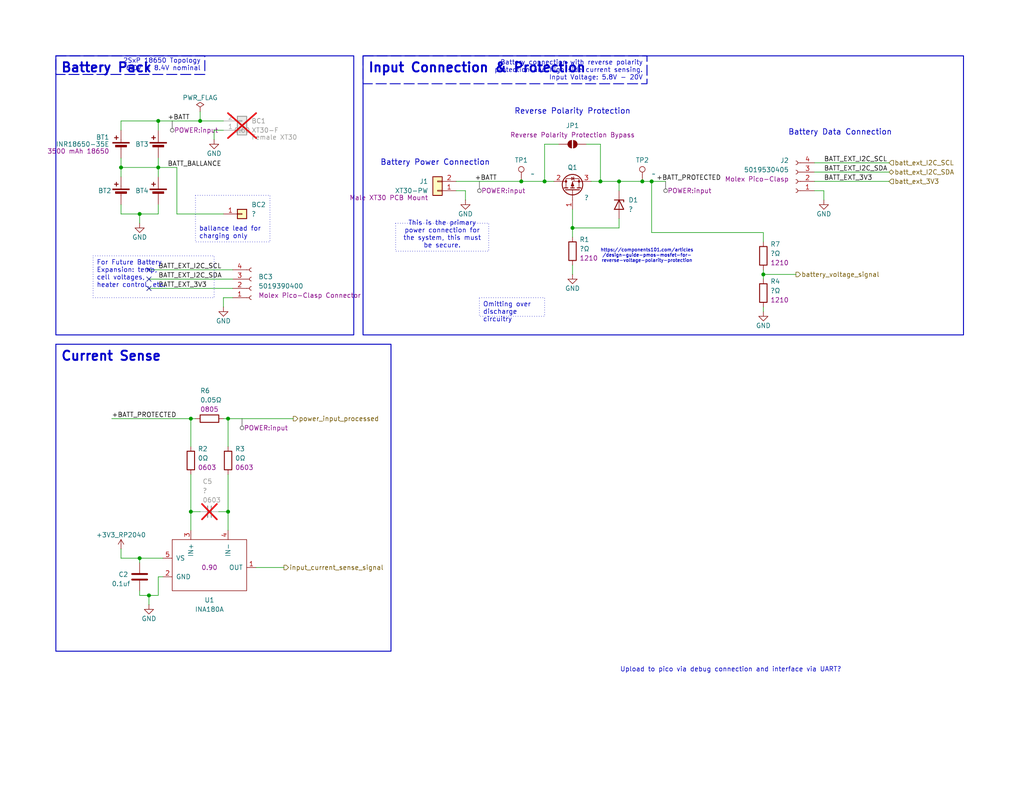
<source format=kicad_sch>
(kicad_sch (version 20250114) (generator "eeschema") (generator_version "9.0")
  (paper "A")
  (lib_symbols
    (symbol "Connector:Conn_01x04_Socket" (pin_names (offset 1.016) (hide yes))
      (property "Reference" "J" (at 0 5.08 0))
      (property "Value" "Conn_01x04_Socket" (at 0 -7.62 0))
      (symbol "Conn_01x04_Socket_1_1"
        (polyline (pts (xy -1.27 2.54) (xy -0.508 2.54)) (stroke (width 0.1524)))
        (polyline (pts (xy -1.27 0) (xy -0.508 0)) (stroke (width 0.1524)))
        (polyline (pts (xy -1.27 -2.54) (xy -0.508 -2.54)) (stroke (width 0.1524)))
        (polyline (pts (xy -1.27 -5.08) (xy -0.508 -5.08)) (stroke (width 0.1524)))
        (arc (start 0 2.032) (mid -0.5058 2.54) (end 0 3.048) (stroke (width 0.1524)))
        (arc (start 0 -0.508) (mid -0.5058 0) (end 0 0.508) (stroke (width 0.1524)))
        (arc (start 0 -3.048) (mid -0.5058 -2.54) (end 0 -2.032) (stroke (width 0.1524)))
        (arc (start 0 -5.588) (mid -0.5058 -5.08) (end 0 -4.572) (stroke (width 0.1524)))
        (pin passive line (at -5.08 2.54 0) (length 3.81) (name "Pin_1") (number "1"))
        (pin passive line (at -5.08 0 0) (length 3.81) (name "Pin_2") (number "2"))
        (pin passive line (at -5.08 -2.54 0) (length 3.81) (name "Pin_3") (number "3"))
        (pin passive line (at -5.08 -5.08 0) (length 3.81) (name "Pin_4") (number "4"))
      )
    )
    (symbol "Connector:TestPoint" (pin_numbers (hide yes)) (pin_names (offset 0.762) (hide yes))
      (property "Reference" "TP" (at 0 6.858 0))
      (property "Value" "TestPoint" (at 0 5.08 0))
      (symbol "TestPoint_0_1"
        (circle (center 0 3.302) (radius 0.762))
      )
      (symbol "TestPoint_1_1"
        (pin passive line (at 0 0 90) (length 2.54) (name "1") (number "1"))
      )
    )
    (symbol "Connector_Generic:Conn_01x01" (pin_names (offset 1.016) (hide yes))
      (property "Reference" "J" (at 0 2.54 0))
      (property "Value" "Conn_01x01" (at 0 -2.54 0))
      (symbol "Conn_01x01_1_1"
        (rectangle (start -1.27 1.27) (end 1.27 -1.27) (stroke (width 0.254)) (fill (type background)))
        (rectangle (start -1.27 0.127) (end 0 -0.127) (stroke (width 0.1524)))
        (pin passive line (at -5.08 0 0) (length 3.81) (name "Pin_1") (number "1"))
      )
    )
    (symbol "Connector_Generic:Conn_01x02" (pin_names (offset 1.016) (hide yes))
      (property "Reference" "J" (at 0 2.54 0))
      (property "Value" "Conn_01x02" (at 0 -5.08 0))
      (symbol "Conn_01x02_1_1"
        (rectangle (start -1.27 1.27) (end 1.27 -3.81) (stroke (width 0.254)) (fill (type background)))
        (rectangle (start -1.27 0.127) (end 0 -0.127) (stroke (width 0.1524)))
        (rectangle (start -1.27 -2.413) (end 0 -2.667) (stroke (width 0.1524)))
        (pin passive line (at -5.08 0 0) (length 3.81) (name "Pin_1") (number "1"))
        (pin passive line (at -5.08 -2.54 0) (length 3.81) (name "Pin_2") (number "2"))
      )
    )
    (symbol "Device:Battery_Cell" (pin_numbers (hide yes)) (pin_names (offset 0) (hide yes))
      (property "Reference" "BT" (at 2.54 2.54 0))
      (property "Value" "Battery_Cell" (at 2.54 0 0))
      (symbol "Battery_Cell_0_1"
        (rectangle (start -2.286 1.778) (end 2.286 1.524) (fill (type outline)))
        (rectangle (start -1.524 1.016) (end 1.524 0.508) (fill (type outline)))
        (polyline (pts (xy 0 1.778) (xy 0 2.54)))
        (polyline (pts (xy 0 0.762) (xy 0 0)))
        (polyline (pts (xy 0.762 3.048) (xy 1.778 3.048)) (stroke (width 0.254)))
        (polyline (pts (xy 1.27 3.556) (xy 1.27 2.54)) (stroke (width 0.254)))
      )
      (symbol "Battery_Cell_1_1"
        (pin passive line (at 0 5.08 270) (length 2.54) (name "+") (number "1"))
        (pin passive line (at 0 -2.54 90) (length 2.54) (name "-") (number "2"))
      )
    )
    (symbol "Device:C" (pin_numbers (hide yes)) (pin_names (offset 0.254))
      (property "Reference" "C" (at 0.635 2.54 0))
      (property "Value" "C" (at 0.635 -2.54 0))
      (symbol "C_0_1"
        (polyline (pts (xy -2.032 0.762) (xy 2.032 0.762)) (stroke (width 0.508)))
        (polyline (pts (xy -2.032 -0.762) (xy 2.032 -0.762)) (stroke (width 0.508)))
      )
      (symbol "C_1_1"
        (pin passive line (at 0 3.81 270) (length 2.794) (name "~") (number "1"))
        (pin passive line (at 0 -3.81 90) (length 2.794) (name "~") (number "2"))
      )
    )
    (symbol "Device:C_Small" (pin_numbers (hide yes)) (pin_names (offset 0.254) (hide yes))
      (property "Reference" "C" (at 0.254 1.778 0))
      (property "Value" "C_Small" (at 0.254 -2.032 0))
      (symbol "C_Small_0_1"
        (polyline (pts (xy -1.524 0.508) (xy 1.524 0.508)) (stroke (width 0.3048)))
        (polyline (pts (xy -1.524 -0.508) (xy 1.524 -0.508)) (stroke (width 0.3302)))
      )
      (symbol "C_Small_1_1"
        (pin passive line (at 0 2.54 270) (length 2.032) (name "~") (number "1"))
        (pin passive line (at 0 -2.54 90) (length 2.032) (name "~") (number "2"))
      )
    )
    (symbol "Device:D_Zener" (pin_numbers (hide yes)) (pin_names (offset 1.016) (hide yes))
      (property "Reference" "D" (at 0 2.54 0))
      (property "Value" "D_Zener" (at 0 -2.54 0))
      (symbol "D_Zener_0_1"
        (polyline (pts (xy -1.27 -1.27) (xy -1.27 1.27) (xy -0.762 1.27)) (stroke (width 0.254)))
        (polyline (pts (xy 1.27 0) (xy -1.27 0)))
        (polyline (pts (xy 1.27 -1.27) (xy 1.27 1.27) (xy -1.27 0) (xy 1.27 -1.27)) (stroke (width 0.254)))
      )
      (symbol "D_Zener_1_1"
        (pin passive line (at -3.81 0 0) (length 2.54) (name "K") (number "1"))
        (pin passive line (at 3.81 0 180) (length 2.54) (name "A") (number "2"))
      )
    )
    (symbol "Device:Q_PMOS_GDS" (pin_names (offset 0) (hide yes))
      (property "Reference" "Q" (at 5.08 1.27 0))
      (property "Value" "Q_PMOS_GDS" (at 5.08 -1.27 0))
      (symbol "Q_PMOS_GDS_0_1"
        (polyline (pts (xy 0.254 1.905) (xy 0.254 -1.905)) (stroke (width 0.254)))
        (polyline (pts (xy 0.254 0) (xy -2.54 0)))
        (polyline (pts (xy 0.762 2.286) (xy 0.762 1.27)) (stroke (width 0.254)))
        (polyline (pts (xy 0.762 1.778) (xy 3.302 1.778) (xy 3.302 -1.778) (xy 0.762 -1.778)))
        (polyline (pts (xy 0.762 0.508) (xy 0.762 -0.508)) (stroke (width 0.254)))
        (polyline (pts (xy 0.762 -1.27) (xy 0.762 -2.286)) (stroke (width 0.254)))
        (circle (center 1.651 0) (radius 2.794) (stroke (width 0.254)))
        (polyline (pts (xy 2.286 0) (xy 1.27 0.381) (xy 1.27 -0.381) (xy 2.286 0)) (fill (type outline)))
        (polyline (pts (xy 2.54 2.54) (xy 2.54 1.778)))
        (circle (center 2.54 1.778) (radius 0.254) (fill (type outline)))
        (circle (center 2.54 -1.778) (radius 0.254) (fill (type outline)))
        (polyline (pts (xy 2.54 -2.54) (xy 2.54 0) (xy 0.762 0)))
        (polyline (pts (xy 2.794 -0.508) (xy 2.921 -0.381) (xy 3.683 -0.381) (xy 3.81 -0.254)))
        (polyline (pts (xy 3.302 -0.381) (xy 2.921 0.254) (xy 3.683 0.254) (xy 3.302 -0.381)))
      )
      (symbol "Q_PMOS_GDS_1_1"
        (pin input line (at -5.08 0 0) (length 2.54) (name "G") (number "1"))
        (pin passive line (at 2.54 5.08 270) (length 2.54) (name "D") (number "2"))
        (pin passive line (at 2.54 -5.08 90) (length 2.54) (name "S") (number "3"))
      )
    )
    (symbol "Device:R" (pin_numbers (hide yes)) (pin_names (offset 0))
      (property "Reference" "R" (at 2.032 0 90))
      (property "Value" "R" (at 0 0 90))
      (symbol "R_0_1"
        (rectangle (start -1.016 -2.54) (end 1.016 2.54) (stroke (width 0.254)))
      )
      (symbol "R_1_1"
        (pin passive line (at 0 3.81 270) (length 1.27) (name "~") (number "1"))
        (pin passive line (at 0 -3.81 90) (length 1.27) (name "~") (number "2"))
      )
    )
    (symbol "Jumper:SolderJumper_2_Open" (pin_numbers (hide yes)) (pin_names (offset 0) (hide yes)) (exclude_from_sim yes) (in_bom no)
      (property "Reference" "JP" (at 0 2.032 0))
      (property "Value" "SolderJumper_2_Open" (at 0 -2.54 0))
      (symbol "SolderJumper_2_Open_0_1"
        (polyline (pts (xy -0.254 1.016) (xy -0.254 -1.016)))
        (arc (start -0.254 -1.016) (mid -1.2656 0) (end -0.254 1.016))
        (arc (start -0.254 -1.016) (mid -1.2656 0) (end -0.254 1.016) (fill (type outline)))
        (arc (start 0.254 1.016) (mid 1.2656 0) (end 0.254 -1.016))
        (arc (start 0.254 1.016) (mid 1.2656 0) (end 0.254 -1.016) (fill (type outline)))
        (polyline (pts (xy 0.254 1.016) (xy 0.254 -1.016)))
      )
      (symbol "SolderJumper_2_Open_1_1"
        (pin passive line (at -3.81 0 0) (length 2.54) (name "A") (number "1"))
        (pin passive line (at 3.81 0 180) (length 2.54) (name "B") (number "2"))
      )
    )
    (symbol "a_giraffe_symbols:INA180A" (pin_names (offset 1.016))
      (property "Reference" "U1" (at 7.0359 35.56 0))
      (property "Value" "INA180A" (at 7.0359 33.02 0))
      (symbol "INA180A_0_1"
        (rectangle (start -10.16 7.62) (end 10.16 -6.35))
      )
      (symbol "INA180A_1_1"
        (pin power_in line (at -12.7 2.54 0) (length 2.54) (name "VS") (number "5"))
        (pin power_in line (at -12.7 -2.54 0) (length 2.54) (name "GND") (number "2"))
        (pin input line (at -5.08 10.16 270) (length 2.54) (name "IN+") (number "3"))
        (pin input line (at 5.08 10.16 270) (length 2.54) (name "IN-") (number "4"))
        (pin output line (at 12.7 0 180) (length 2.54) (name "OUT") (number "1"))
      )
    )
    (symbol "power:+3V3" (power) (pin_numbers (hide yes)) (pin_names (offset 0) (hide yes))
      (property "Value" "+3V3" (at 0 3.556 0))
      (symbol "+3V3_0_1"
        (polyline (pts (xy -0.762 1.27) (xy 0 2.54)))
        (polyline (pts (xy 0 2.54) (xy 0.762 1.27)))
        (polyline (pts (xy 0 0) (xy 0 2.54)))
      )
      (symbol "+3V3_1_1"
        (pin power_in line (at 0 0 90) (length 0) (name "~") (number "1"))
      )
    )
    (symbol "power:GND" (power) (pin_numbers (hide yes)) (pin_names (offset 0) (hide yes))
      (property "Value" "GND" (at 0 -3.81 0))
      (symbol "GND_0_1"
        (polyline (pts (xy 0 0) (xy 0 -1.27) (xy 1.27 -1.27) (xy 0 -2.54) (xy -1.27 -1.27) (xy 0 -1.27)))
      )
      (symbol "GND_1_1"
        (pin power_in line (at 0 0 270) (length 0) (name "~") (number "1"))
      )
    )
    (symbol "power:PWR_FLAG" (power) (pin_numbers (hide yes)) (pin_names (offset 0) (hide yes))
      (property "Value" "PWR_FLAG" (at 0 3.81 0))
      (symbol "PWR_FLAG_0_0"
        (pin power_out line (at 0 0 90) (length 0) (name "~") (number "1"))
      )
      (symbol "PWR_FLAG_0_1"
        (polyline (pts (xy 0 0) (xy 0 1.27) (xy -1.016 1.905) (xy 0 2.54) (xy 1.016 1.905) (xy 0 1.27)))
      )
    )
  )
  (rectangle (start 99.06 15.24) (end 262.89 91.44) (stroke (width 0.254)))
  (rectangle (start 15.24 93.98) (end 106.68 177.8) (stroke (width 0.254)))
  (rectangle (start 15.24 15.24) (end 96.52 91.44) (stroke (width 0.254)))
  (text "Input Connection & Protection" (at 100.33 17.145 0) (effects (font (size 2.54 2.54) (thickness 0.508) (bold yes)) (justify left top)))
  (text "Battery Data Connection" (at 229.235 36.195 0) (effects (font (size 1.524 1.524) (thickness 0.1905))))
  (text "Battery Pack" (at 16.51 17.145 0) (effects (font (size 2.54 2.54) (thickness 0.508) (bold yes)) (justify left top)))
  (text "Upload to pico via debug connection and interface via UART?" (at 199.39 182.88 0) (effects (font (size 1.27 1.27))))
  (text "Reverse Polarity Protection" (at 156.21 30.48 0) (effects (font (size 1.524 1.524) (thickness 0.1905))))
  (text "Battery Power Connection" (at 118.745 44.45 0) (effects (font (size 1.524 1.524) (thickness 0.1905))))
  (text "Current Sense" (at 16.51 95.885 0) (effects (font (size 2.54 2.54) (thickness 0.508) (bold yes)) (justify left top)))
  (text "https://components101.com/articles\n/design-guide-pmos-mosfet-for-\nreverse-voltage-polarity-protection" (at 176.53 69.85 0) (effects (font (size 0.889 0.889))))
  (text_box "2SxP 18650 Topology\n6.0V - 8.4V nominal" (at 15.24 15.24 0) (size 40.64 5.08) (margins 1.0795 1.0795 1.0795 1.0795) (stroke (width 0.254) (type dash)) (effects (font (size 1.27 1.27)) (justify right bottom)))
  (text_box "This is the primary power connection for the system, this must be secure." (at 107.95 60.96 0) (size 25.4 7.62) (margins 0.9525 0.9525 0.9525 0.9525) (stroke (width 0) (type dot)) (effects (font (size 1.27 1.27)) (justify bottom)))
  (text_box "ballance lead for charging only" (at 53.34 53.34 0) (size 20.32 12.7) (margins 0.9525 0.9525 0.9525 0.9525) (stroke (width 0) (type dot)) (effects (font (size 1.27 1.27)) (justify left bottom)))
  (text_box "Battery connection with reverse polarity\nprotection and high side current sensing.\nInput Voltage: 5.8V - 20V" (at 99.06 15.24 0) (size 77.47 7.62) (margins 1.0795 1.0795 1.0795 1.0795) (stroke (width 0.254) (type dash)) (effects (font (size 1.27 1.27)) (justify right bottom)))
  (text_box "For Future Battery\nExpansion: temp,\ncell voltages,\nheater control, etc." (at 25.4 69.85 0) (size 33.02 11.43) (margins 0.9525 0.9525 0.9525 0.9525) (stroke (width 0) (type dot)) (effects (font (size 1.27 1.27)) (justify left top)))
  (text_box "Omitting over discharge circuitry" (at 130.81 81.28 0) (size 17.78 5.08) (margins 0.9525 0.9525 0.9525 0.9525) (stroke (width 0) (type dot)) (effects (font (size 1.27 1.27)) (justify left top)))
  (junction (at 38.1 152.4))
  (junction (at 43.18 45.72))
  (junction (at 177.8 49.53))
  (junction (at 208.28 74.93))
  (junction (at 62.23 114.3))
  (junction (at 52.07 114.3))
  (junction (at 62.23 139.7))
  (junction (at 40.64 162.56))
  (junction (at 54.61 33.02))
  (junction (at 168.91 49.53))
  (junction (at 142.24 49.53))
  (junction (at 43.18 33.02))
  (junction (at 148.59 49.53))
  (junction (at 175.26 49.53))
  (junction (at 156.21 62.23))
  (junction (at 52.07 139.7))
  (junction (at 38.1 58.42))
  (junction (at 33.02 45.72))
  (junction (at 163.83 49.53))
  (no_connect (at 40.64 73.66))
  (no_connect (at 40.64 78.74))
  (no_connect (at 40.64 76.2))
  (wire (pts (xy 156.21 62.23) (xy 156.21 64.77)))
  (wire (pts (xy 54.61 30.48) (xy 54.61 33.02)))
  (wire (pts (xy 33.02 58.42) (xy 38.1 58.42)))
  (wire (pts (xy 38.1 58.42) (xy 43.18 58.42)))
  (wire (pts (xy 62.23 114.3) (xy 80.01 114.3)))
  (wire (pts (xy 43.18 45.72) (xy 43.18 48.26)))
  (wire (pts (xy 33.02 33.02) (xy 43.18 33.02)))
  (wire (pts (xy 43.18 33.02) (xy 54.61 33.02)))
  (wire (pts (xy 40.64 162.56) (xy 43.18 162.56)))
  (wire (pts (xy 168.91 49.53) (xy 175.26 49.53)))
  (wire (pts (xy 38.1 162.56) (xy 38.1 161.29)))
  (wire (pts (xy 52.07 139.7) (xy 52.07 144.78)))
  (wire (pts (xy 33.02 43.18) (xy 33.02 45.72)))
  (wire (pts (xy 40.64 78.74) (xy 63.5 78.74)))
  (wire (pts (xy 208.28 74.93) (xy 208.28 76.2)))
  (wire (pts (xy 124.46 49.53) (xy 142.24 49.53)))
  (wire (pts (xy 168.91 62.23) (xy 156.21 62.23)))
  (wire (pts (xy 124.46 52.07) (xy 127 52.07)))
  (wire (pts (xy 224.79 54.61) (xy 224.79 52.07)))
  (wire (pts (xy 62.23 139.7) (xy 62.23 144.78)))
  (wire (pts (xy 43.18 43.18) (xy 43.18 45.72)))
  (wire (pts (xy 161.29 49.53) (xy 163.83 49.53)))
  (wire (pts (xy 43.18 157.48) (xy 43.18 162.56)))
  (wire (pts (xy 152.4 39.37) (xy 148.59 39.37)))
  (wire (pts (xy 52.07 114.3) (xy 52.07 121.92)))
  (wire (pts (xy 177.8 63.5) (xy 177.8 49.53)))
  (wire (pts (xy 222.25 49.53) (xy 242.57 49.53)))
  (wire (pts (xy 208.28 63.5) (xy 177.8 63.5)))
  (wire (pts (xy 142.24 49.53) (xy 148.59 49.53)))
  (wire (pts (xy 208.28 66.04) (xy 208.28 63.5)))
  (wire (pts (xy 58.42 35.56) (xy 58.42 38.1)))
  (wire (pts (xy 62.23 139.7) (xy 59.69 139.7)))
  (wire (pts (xy 62.23 114.3) (xy 60.96 114.3)))
  (wire (pts (xy 54.61 33.02) (xy 60.96 33.02)))
  (wire (pts (xy 38.1 153.67) (xy 38.1 152.4)))
  (wire (pts (xy 43.18 45.72) (xy 48.26 45.72)))
  (wire (pts (xy 52.07 129.54) (xy 52.07 139.7)))
  (wire (pts (xy 33.02 55.88) (xy 33.02 58.42)))
  (wire (pts (xy 168.91 52.07) (xy 168.91 49.53)))
  (wire (pts (xy 208.28 73.66) (xy 208.28 74.93)))
  (wire (pts (xy 38.1 60.96) (xy 38.1 58.42)))
  (wire (pts (xy 222.25 44.45) (xy 242.57 44.45)))
  (wire (pts (xy 38.1 152.4) (xy 44.45 152.4)))
  (wire (pts (xy 38.1 162.56) (xy 40.64 162.56)))
  (wire (pts (xy 33.02 45.72) (xy 43.18 45.72)))
  (wire (pts (xy 30.48 114.3) (xy 52.07 114.3)))
  (wire (pts (xy 63.5 81.28) (xy 60.96 81.28)))
  (wire (pts (xy 48.26 58.42) (xy 60.96 58.42)))
  (wire (pts (xy 77.47 154.94) (xy 69.85 154.94)))
  (wire (pts (xy 62.23 114.3) (xy 62.23 121.92)))
  (wire (pts (xy 177.8 49.53) (xy 181.61 49.53)))
  (wire (pts (xy 40.64 73.66) (xy 63.5 73.66)))
  (wire (pts (xy 40.64 165.1) (xy 40.64 162.56)))
  (wire (pts (xy 163.83 39.37) (xy 163.83 49.53)))
  (wire (pts (xy 148.59 39.37) (xy 148.59 49.53)))
  (wire (pts (xy 40.64 76.2) (xy 63.5 76.2)))
  (wire (pts (xy 33.02 33.02) (xy 33.02 35.56)))
  (wire (pts (xy 160.02 39.37) (xy 163.83 39.37)))
  (wire (pts (xy 33.02 152.4) (xy 33.02 149.86)))
  (wire (pts (xy 127 52.07) (xy 127 54.61)))
  (wire (pts (xy 44.45 157.48) (xy 43.18 157.48)))
  (wire (pts (xy 224.79 52.07) (xy 222.25 52.07)))
  (wire (pts (xy 48.26 45.72) (xy 48.26 58.42)))
  (wire (pts (xy 58.42 35.56) (xy 60.96 35.56)))
  (wire (pts (xy 43.18 55.88) (xy 43.18 58.42)))
  (wire (pts (xy 175.26 49.53) (xy 177.8 49.53)))
  (wire (pts (xy 168.91 62.23) (xy 168.91 59.69)))
  (wire (pts (xy 156.21 57.15) (xy 156.21 62.23)))
  (wire (pts (xy 52.07 139.7) (xy 54.61 139.7)))
  (wire (pts (xy 148.59 49.53) (xy 151.13 49.53)))
  (wire (pts (xy 33.02 152.4) (xy 38.1 152.4)))
  (wire (pts (xy 208.28 74.93) (xy 217.17 74.93)))
  (wire (pts (xy 156.21 74.93) (xy 156.21 72.39)))
  (wire (pts (xy 53.34 114.3) (xy 52.07 114.3)))
  (wire (pts (xy 62.23 129.54) (xy 62.23 139.7)))
  (wire (pts (xy 222.25 46.99) (xy 242.57 46.99)))
  (wire (pts (xy 168.91 49.53) (xy 163.83 49.53)))
  (wire (pts (xy 33.02 45.72) (xy 33.02 48.26)))
  (wire (pts (xy 208.28 85.09) (xy 208.28 83.82)))
  (wire (pts (xy 43.18 33.02) (xy 43.18 35.56)))
  (wire (pts (xy 60.96 81.28) (xy 60.96 83.82)))
  (label "+BATT_PROTECTED" (at 30.48 114.3 0))
  (label "+BATT_PROTECTED" (at 179.07 49.53 0))
  (label "+BATT" (at 45.72 33.02 0))
  (label "BATT_BALLANCE" (at 45.72 45.72 0))
  (label "BATT_EXT_I2C_SDA" (at 43.18 76.2 0))
  (label "BATT_EXT_3V3" (at 224.79 49.53 0))
  (label "+BATT" (at 129.54 49.53 0))
  (label "BATT_EXT_3V3" (at 43.18 78.74 0))
  (label "BATT_EXT_I2C_SCL" (at 43.18 73.66 0))
  (label "BATT_EXT_I2C_SDA" (at 224.79 46.99 0))
  (label "BATT_EXT_I2C_SCL" (at 224.79 44.45 0))
  (hierarchical_label "battery_voltage_signal" (shape output) (at 217.17 74.93 0))
  (hierarchical_label "batt_ext_I2C_SCL" (shape input) (at 242.57 44.45 0))
  (hierarchical_label "power_input_processed" (shape output) (at 80.01 114.3 0))
  (hierarchical_label "batt_ext_3V3" (shape input) (at 242.57 49.53 0))
  (hierarchical_label "batt_ext_I2C_SDA" (shape bidirectional) (at 242.57 46.99 0))
  (hierarchical_label "input_current_sense_signal" (shape output) (at 77.47 154.94 0))
  (netclass_flag "" (length 2.54) (shape round) (at 130.81 49.53 180) (property "Netclass" "POWER:input" (at 131.318 52.07 0) (effects (justify left))))
  (netclass_flag "" (length 2.54) (shape round) (at 66.04 114.3 180) (property "Netclass" "POWER:input" (at 66.548 116.84 0) (effects (justify left))))
  (netclass_flag "" (length 2.54) (shape round) (at 181.61 49.53 180) (property "Netclass" "POWER:input" (at 182.118 52.07 0) (effects (justify left))))
  (netclass_flag "" (length 2.54) (shape round) (at 46.99 33.02 180) (property "Netclass" "POWER:input" (at 47.498 35.56 0) (effects (justify left))))
  (symbol (lib_id "power:GND") (at 127 54.61 0) (unit 1)
    (property "Reference" "#PWR04" (effects (hide yes)))
    (property "Value" "GND" (at 127 58.42 0))
    (property "Description" "Power symbol creates a global label with name \"GND\" , ground" (effects (hide yes)))
  )
  (symbol (lib_id "power:GND") (at 156.21 74.93 0) (mirror y) (unit 1)
    (property "Reference" "#PWR06" (effects (hide yes)))
    (property "Value" "GND" (at 156.21 78.74 0))
    (property "Description" "Power symbol creates a global label with name \"GND\" , ground" (effects (hide yes)))
  )
  (symbol (lib_id "Connector_Generic:Conn_01x02") (at 66.04 35.56 0) (mirror x) (unit 1) (on_board no) (dnp yes)
    (property "Reference" "BC1" (at 68.58 33.02 0) (effects (justify left)))
    (property "Value" "XT30-F" (at 68.58 35.56 0) (effects (justify left)))
    (property "Description" "Female XT30" (at 68.58 37.465 0) (effects (justify left)))
    (property "Unit Price" "0.60" (at 66.04 35.56 0))
  )
  (symbol (lib_id "Connector:TestPoint") (at 175.26 49.53 0) (unit 1)
    (property "Reference" "TP2" (at 175.26 44.45 0) (effects (justify bottom)))
    (property "Value" "~" (at 177.8 47.498 0) (effects (justify left)))
    (property "Description" "test point" (effects (hide yes)))
  )
  (symbol (lib_id "power:GND") (at 60.96 83.82 0) (unit 1)
    (property "Reference" "#PWR03" (effects (hide yes)))
    (property "Value" "GND" (at 60.96 87.63 0))
    (property "Description" "Power symbol creates a global label with name \"GND\" , ground" (effects (hide yes)))
  )
  (symbol (lib_id "Device:Battery_Cell") (at 43.18 53.34 0) (mirror y) (unit 1) (on_board no)
    (property "Reference" "BT4" (at 38.735 52.07 0))
    (property "Value" "INR18650-35E" (effects (hide yes)))
    (property "Description" "3500 mAh 18650 w/o protection" (effects (hide yes)))
    (property "Digikey" "Samsung" (effects (hide yes)))
    (property "Unit Price" "5.99" (effects (hide yes)))
  )
  (symbol (lib_id "Device:R") (at 208.28 69.85 0) (unit 1)
    (property "Reference" "R7" (at 210.185 66.675 0) (effects (justify left)))
    (property "Value" "?Ω" (at 210.185 69.215 0) (effects (justify left)))
    (property "Description" "Resistor" (effects (hide yes)))
    (property "Size" "1210" (at 210.185 71.755 0) (effects (justify left)))
  )
  (symbol (lib_id "Device:Q_PMOS_GDS") (at 156.21 52.07 90) (unit 1)
    (property "Reference" "Q1" (at 156.21 45.72 90))
    (property "Value" "?" (at 160.02 53.975 90))
    (property "Description" "P-MOSFET transistor, gate/drain/source" (effects (hide yes)))
  )
  (symbol (lib_id "Connector:TestPoint") (at 142.24 49.53 0) (unit 1)
    (property "Reference" "TP1" (at 142.24 44.45 0) (effects (justify bottom)))
    (property "Value" "~" (at 144.78 47.498 0) (effects (justify left)))
    (property "Description" "test point" (effects (hide yes)))
  )
  (symbol (lib_id "power:GND") (at 208.28 85.09 0) (mirror y) (unit 1)
    (property "Reference" "#PWR012" (effects (hide yes)))
    (property "Value" "GND" (at 208.28 88.9 0))
    (property "Description" "Power symbol creates a global label with name \"GND\" , ground" (effects (hide yes)))
  )
  (symbol (lib_id "Device:R") (at 208.28 80.01 0) (unit 1)
    (property "Reference" "R4" (at 210.185 76.835 0) (effects (justify left)))
    (property "Value" "?Ω" (at 210.185 79.375 0) (effects (justify left)))
    (property "Description" "Resistor" (effects (hide yes)))
    (property "Size" "1210" (at 210.185 81.915 0) (effects (justify left)))
  )
  (symbol (lib_id "Device:C") (at 38.1 157.48 0) (unit 1)
    (property "Reference" "C2" (at 33.655 156.845 0))
    (property "Value" "0.1uf" (at 33.02 159.385 0))
    (property "Footprint" "Capacitor_SMD:C_0603_1608Metric_Pad1.08x0.95mm_HandSolder" (effects (hide yes)))
    (property "Datasheet" "CL10B104KB8NNWC" (effects (hide yes)))
    (property "Description" "Unpolarized capacitor" (effects (hide yes)))
  )
  (symbol (lib_id "Jumper:SolderJumper_2_Open") (at 156.21 39.37 0) (unit 1) (in_bom no) (on_board no)
    (property "Reference" "JP1" (at 156.21 34.29 0))
    (property "Description" "Reverse Polarity Protection Bypass" (at 156.21 36.83 0))
  )
  (symbol (lib_id "Device:R") (at 156.21 68.58 0) (unit 1)
    (property "Reference" "R1" (at 158.115 65.405 0) (effects (justify left)))
    (property "Value" "?Ω" (at 158.115 67.945 0) (effects (justify left)))
    (property "Description" "Resistor" (effects (hide yes)))
    (property "Size" "1210" (at 158.115 70.485 0) (effects (justify left)))
  )
  (symbol (lib_id "power:GND") (at 58.42 38.1 0) (unit 1)
    (property "Reference" "#PWR02" (effects (hide yes)))
    (property "Value" "GND" (at 58.42 41.91 0))
    (property "Description" "Power symbol creates a global label with name \"GND\" , ground" (effects (hide yes)))
  )
  (symbol (lib_id "Device:C_Small") (at 57.15 139.7 270) (unit 1) (dnp yes)
    (property "Reference" "C5" (at 55.245 131.445 90) (effects (justify left)))
    (property "Value" "?" (at 55.245 133.985 90) (effects (justify left)))
    (property "Footprint" "Capacitor_SMD:C_0603_1608Metric_Pad1.08x0.95mm_HandSolder" (effects (hide yes)))
    (property "Datasheet" "n/a" (effects (hide yes)))
    (property "Description" "Unpolarized capacitor, small symbol" (effects (hide yes)))
    (property "Size" "0603" (at 55.245 136.525 90) (effects (justify left)))
  )
  (symbol (lib_id "Connector:Conn_01x04_Socket") (at 68.58 78.74 0) (mirror x) (unit 1)
    (property "Reference" "BC3" (at 70.485 75.565 0) (effects (justify left)))
    (property "Value" "5019390400" (at 70.485 78.105 0) (effects (justify left)))
    (property "Description" "Molex Pico-Clasp Connector" (at 70.485 80.645 0) (effects (justify left)))
  )
  (symbol (lib_id "Device:Battery_Cell") (at 43.18 40.64 0) (mirror y) (unit 1) (on_board no)
    (property "Reference" "BT3" (at 38.735 39.37 0))
    (property "Value" "INR18650-35E" (effects (hide yes)))
    (property "Description" "3500 mAh 18650 w/o protection" (effects (hide yes)))
    (property "Digikey" "Samsung" (effects (hide yes)))
    (property "Unit Price" "5.99" (effects (hide yes)))
  )
  (symbol (lib_id "Connector_Generic:Conn_01x02") (at 119.38 52.07 180) (unit 1)
    (property "Reference" "J1" (at 116.84 49.53 0) (effects (justify left)))
    (property "Value" "XT30-PW" (at 116.84 52.07 0) (effects (justify left)))
    (property "Description" "Male XT30 PCB Mount" (at 116.84 53.975 0) (effects (justify left)))
  )
  (symbol (lib_id "power:GND") (at 40.64 165.1 0) (unit 1)
    (property "Reference" "#PWR08" (effects (hide yes)))
    (property "Value" "GND" (at 40.64 168.91 0))
    (property "Description" "Power symbol creates a global label with name \"GND\" , ground" (effects (hide yes)))
  )
  (symbol (lib_id "Device:R") (at 52.07 125.73 0) (unit 1)
    (property "Reference" "R2" (at 53.975 122.555 0) (effects (justify left)))
    (property "Value" "0Ω" (at 53.975 125.095 0) (effects (justify left)))
    (property "Description" "Resistor" (effects (hide yes)))
    (property "Size" "0603" (at 53.975 127.635 0) (effects (justify left)))
  )
  (symbol (lib_id "power:PWR_FLAG") (at 54.61 30.48 0) (unit 1)
    (property "Reference" "#FLG01" (effects (hide yes)))
    (property "Value" "PWR_FLAG" (at 54.61 26.67 0))
    (property "Description" "Special symbol for telling ERC where power comes from" (effects (hide yes)))
  )
  (symbol (lib_id "Connector_Generic:Conn_01x01") (at 66.04 58.42 0) (mirror x) (unit 1) (on_board no)
    (property "Reference" "BC2" (at 68.58 55.88 0) (effects (justify left)))
    (property "Value" "?" (at 68.58 58.42 0) (effects (justify left)))
    (property "Description" "Generic connector, single row, 01x01, script generated (kicad-library-utils/schlib/autogen/connector/)" (effects (hide yes)))
  )
  (symbol (lib_id "Device:Battery_Cell") (at 33.02 40.64 0) (mirror y) (unit 1) (on_board no)
    (property "Reference" "BT1" (at 29.845 37.465 0) (effects (justify left)))
    (property "Value" "INR18650-35E" (at 29.845 39.37 0) (effects (justify left)))
    (property "Description" "3500 mAh 18650" (at 29.845 41.275 0) (effects (justify left)))
    (property "Digikey" "Samsung" (effects (hide yes)))
    (property "Unit Price" "5.99" (effects (hide yes)))
  )
  (symbol (lib_id "Device:Battery_Cell") (at 33.02 53.34 0) (mirror y) (unit 1) (on_board no)
    (property "Reference" "BT2" (at 28.575 52.07 0))
    (property "Value" "INR18650-35E" (effects (hide yes)))
    (property "Description" "3500 mAh 18650 w/o protection" (effects (hide yes)))
    (property "Digikey" "Samsung" (effects (hide yes)))
    (property "Unit Price" "5.99" (effects (hide yes)))
  )
  (symbol (lib_id "Device:R") (at 62.23 125.73 0) (unit 1)
    (property "Reference" "R3" (at 64.135 122.555 0) (effects (justify left)))
    (property "Value" "0Ω" (at 64.135 125.095 0) (effects (justify left)))
    (property "Description" "Resistor" (effects (hide yes)))
    (property "Size" "0603" (at 64.135 127.635 0) (effects (justify left)))
  )
  (symbol (lib_id "a_giraffe_symbols:INA180A") (at 57.15 154.94 0) (unit 1)
    (property "Reference" "U1" (at 57.15 163.83 0))
    (property "Value" "INA180A" (at 57.15 166.37 0))
    (property "Footprint" "Package_TO_SOT_SMD:SOT-23-5" (effects (hide yes)))
    (property "Description" "expansion header for Raspberry Pi 2 & 3" (effects (hide yes)))
    (property "Unit Price" "0.90" (at 57.15 154.94 0))
  )
  (symbol (lib_id "power:+3V3") (at 33.02 149.86 0) (unit 1)
    (property "Reference" "#PWR09" (effects (hide yes)))
    (property "Value" "+3V3_RP2040" (at 33.02 146.05 0))
    (property "Description" "Power symbol creates a global label with name \"+3V3\"" (effects (hide yes)))
  )
  (symbol (lib_id "power:GND") (at 38.1 60.96 0) (unit 1)
    (property "Reference" "#PWR01" (effects (hide yes)))
    (property "Value" "GND" (at 38.1 64.77 0))
    (property "Description" "Power symbol creates a global label with name \"GND\" , ground" (effects (hide yes)))
  )
  (symbol (lib_id "Device:R") (at 57.15 114.3 90) (unit 1)
    (property "Reference" "R6" (at 54.61 106.68 90) (effects (justify right)))
    (property "Value" "0.05Ω" (at 54.61 109.22 90) (effects (justify right)))
    (property "Description" "Resistor" (effects (hide yes)))
    (property "Size" "0805" (at 54.61 111.76 90) (effects (justify right)))
  )
  (symbol (lib_id "Connector:Conn_01x04_Socket") (at 217.17 49.53 180) (unit 1)
    (property "Reference" "J2" (at 215.265 43.815 0) (effects (justify left)))
    (property "Value" "5019530405" (at 215.265 46.355 0) (effects (justify left)))
    (property "Description" "Molex Pico-Clasp" (at 215.265 48.895 0) (effects (justify left)))
  )
  (symbol (lib_id "power:GND") (at 224.79 54.61 0) (unit 1)
    (property "Reference" "#PWR05" (effects (hide yes)))
    (property "Value" "GND" (at 224.79 58.42 0))
    (property "Description" "Power symbol creates a global label with name \"GND\" , ground" (effects (hide yes)))
  )
  (symbol (lib_id "Device:D_Zener") (at 168.91 55.88 270) (unit 1)
    (property "Reference" "D1" (at 171.45 54.61 90) (effects (justify left)))
    (property "Value" "?" (at 171.45 57.15 90) (effects (justify left)))
    (property "Description" "Zener diode" (effects (hide yes)))
  )
)
</source>
